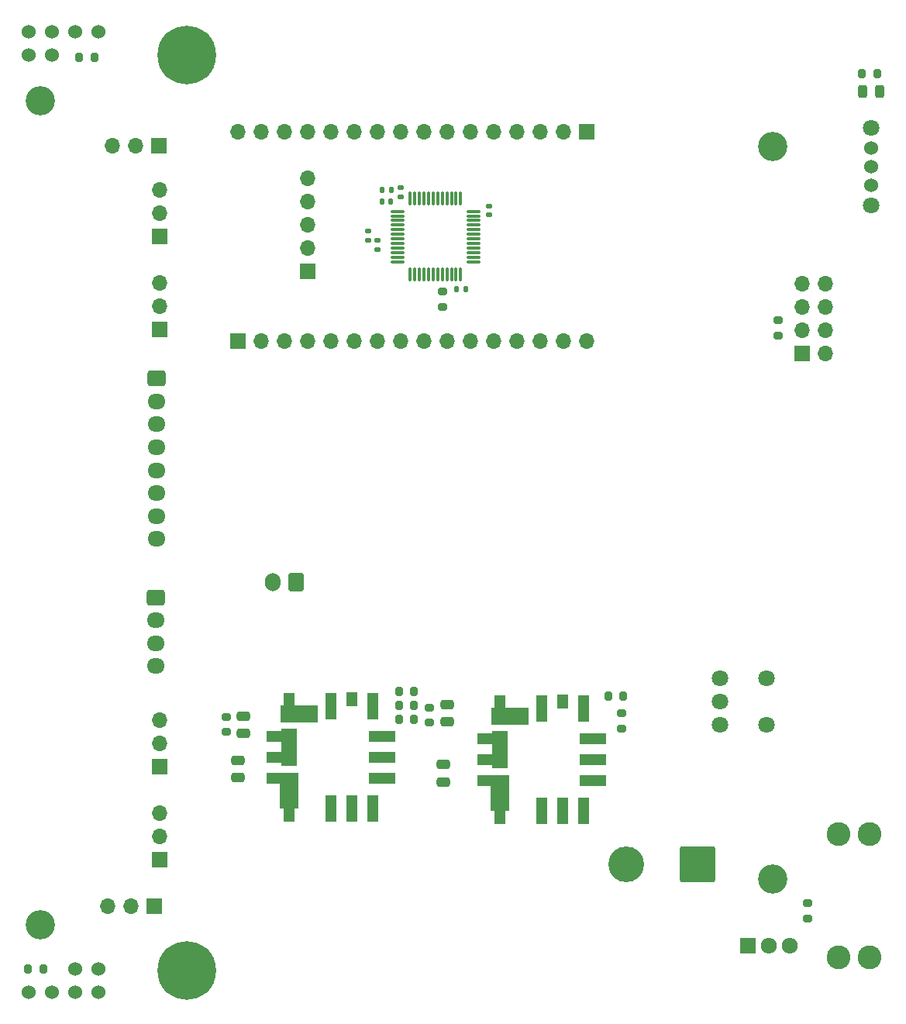
<source format=gbr>
%TF.GenerationSoftware,KiCad,Pcbnew,7.0.9*%
%TF.CreationDate,2024-12-19T20:14:40+09:00*%
%TF.ProjectId,04-PWR,30342d50-5752-42e6-9b69-6361645f7063,rev?*%
%TF.SameCoordinates,Original*%
%TF.FileFunction,Soldermask,Top*%
%TF.FilePolarity,Negative*%
%FSLAX46Y46*%
G04 Gerber Fmt 4.6, Leading zero omitted, Abs format (unit mm)*
G04 Created by KiCad (PCBNEW 7.0.9) date 2024-12-19 20:14:40*
%MOMM*%
%LPD*%
G01*
G04 APERTURE LIST*
G04 Aperture macros list*
%AMRoundRect*
0 Rectangle with rounded corners*
0 $1 Rounding radius*
0 $2 $3 $4 $5 $6 $7 $8 $9 X,Y pos of 4 corners*
0 Add a 4 corners polygon primitive as box body*
4,1,4,$2,$3,$4,$5,$6,$7,$8,$9,$2,$3,0*
0 Add four circle primitives for the rounded corners*
1,1,$1+$1,$2,$3*
1,1,$1+$1,$4,$5*
1,1,$1+$1,$6,$7*
1,1,$1+$1,$8,$9*
0 Add four rect primitives between the rounded corners*
20,1,$1+$1,$2,$3,$4,$5,0*
20,1,$1+$1,$4,$5,$6,$7,0*
20,1,$1+$1,$6,$7,$8,$9,0*
20,1,$1+$1,$8,$9,$2,$3,0*%
G04 Aperture macros list end*
%ADD10R,1.200000X3.000000*%
%ADD11R,2.000000X4.000000*%
%ADD12R,3.000000X1.200000*%
%ADD13R,1.770000X4.112100*%
%ADD14R,4.170000X1.862000*%
%ADD15R,1.200000X1.500000*%
%ADD16C,0.800000*%
%ADD17C,6.400000*%
%ADD18RoundRect,0.075000X-0.662500X-0.075000X0.662500X-0.075000X0.662500X0.075000X-0.662500X0.075000X0*%
%ADD19RoundRect,0.075000X-0.075000X-0.662500X0.075000X-0.662500X0.075000X0.662500X-0.075000X0.662500X0*%
%ADD20C,1.800000*%
%ADD21R,1.700000X1.700000*%
%ADD22O,1.700000X1.700000*%
%ADD23RoundRect,0.140000X0.140000X0.170000X-0.140000X0.170000X-0.140000X-0.170000X0.140000X-0.170000X0*%
%ADD24RoundRect,0.250000X0.475000X-0.250000X0.475000X0.250000X-0.475000X0.250000X-0.475000X-0.250000X0*%
%ADD25RoundRect,0.250000X-0.475000X0.250000X-0.475000X-0.250000X0.475000X-0.250000X0.475000X0.250000X0*%
%ADD26RoundRect,0.200000X-0.200000X-0.275000X0.200000X-0.275000X0.200000X0.275000X-0.200000X0.275000X0*%
%ADD27C,3.200000*%
%ADD28RoundRect,0.250000X-0.725000X0.600000X-0.725000X-0.600000X0.725000X-0.600000X0.725000X0.600000X0*%
%ADD29O,1.950000X1.700000*%
%ADD30RoundRect,0.200000X0.200000X0.275000X-0.200000X0.275000X-0.200000X-0.275000X0.200000X-0.275000X0*%
%ADD31RoundRect,0.200000X0.275000X-0.200000X0.275000X0.200000X-0.275000X0.200000X-0.275000X-0.200000X0*%
%ADD32C,2.604000*%
%ADD33C,1.524000*%
%ADD34RoundRect,0.140000X-0.170000X0.140000X-0.170000X-0.140000X0.170000X-0.140000X0.170000X0.140000X0*%
%ADD35RoundRect,0.140000X0.170000X-0.140000X0.170000X0.140000X-0.170000X0.140000X-0.170000X-0.140000X0*%
%ADD36RoundRect,0.200000X-0.275000X0.200000X-0.275000X-0.200000X0.275000X-0.200000X0.275000X0.200000X0*%
%ADD37RoundRect,0.243750X-0.243750X-0.456250X0.243750X-0.456250X0.243750X0.456250X-0.243750X0.456250X0*%
%ADD38RoundRect,0.250000X0.600000X0.750000X-0.600000X0.750000X-0.600000X-0.750000X0.600000X-0.750000X0*%
%ADD39O,1.700000X2.000000*%
%ADD40R,1.717500X1.800000*%
%ADD41O,1.717500X1.800000*%
%ADD42RoundRect,0.250002X1.699998X1.699998X-1.699998X1.699998X-1.699998X-1.699998X1.699998X-1.699998X0*%
%ADD43C,3.900000*%
%ADD44RoundRect,0.135000X0.135000X0.185000X-0.135000X0.185000X-0.135000X-0.185000X0.135000X-0.185000X0*%
G04 APERTURE END LIST*
D10*
%TO.C,U5*%
X111760000Y-132350000D03*
X107180000Y-132350000D03*
D11*
X107180000Y-130407600D03*
D12*
X106160000Y-129040000D03*
X106160000Y-126750000D03*
D13*
X107180000Y-125602650D03*
D12*
X106160000Y-124460000D03*
D14*
X108280200Y-122025600D03*
D10*
X107180000Y-121150000D03*
X111760000Y-121150000D03*
X116340000Y-121150000D03*
D12*
X117360000Y-126750000D03*
X117360000Y-129040000D03*
D10*
X116340000Y-132350000D03*
X114050000Y-132350000D03*
D15*
X114050000Y-120400000D03*
D12*
X117360000Y-124460000D03*
%TD*%
D16*
%TO.C,H1*%
X93600000Y-150000000D03*
X94302944Y-148302944D03*
X94302944Y-151697056D03*
X96000000Y-147600000D03*
D17*
X96000000Y-150000000D03*
D16*
X96000000Y-152400000D03*
X97697056Y-148302944D03*
X97697056Y-151697056D03*
X98400000Y-150000000D03*
%TD*%
D18*
%TO.C,U1*%
X119027500Y-67100000D03*
X119027500Y-67600000D03*
X119027500Y-68100000D03*
X119027500Y-68600000D03*
X119027500Y-69100000D03*
X119027500Y-69600000D03*
X119027500Y-70100000D03*
X119027500Y-70600000D03*
X119027500Y-71100000D03*
X119027500Y-71600000D03*
X119027500Y-72100000D03*
X119027500Y-72600000D03*
D19*
X120440000Y-74012500D03*
X120940000Y-74012500D03*
X121440000Y-74012500D03*
X121940000Y-74012500D03*
X122440000Y-74012500D03*
X122940000Y-74012500D03*
X123440000Y-74012500D03*
X123940000Y-74012500D03*
X124440000Y-74012500D03*
X124940000Y-74012500D03*
X125440000Y-74012500D03*
X125940000Y-74012500D03*
D18*
X127352500Y-72600000D03*
X127352500Y-72100000D03*
X127352500Y-71600000D03*
X127352500Y-71100000D03*
X127352500Y-70600000D03*
X127352500Y-70100000D03*
X127352500Y-69600000D03*
X127352500Y-69100000D03*
X127352500Y-68600000D03*
X127352500Y-68100000D03*
X127352500Y-67600000D03*
X127352500Y-67100000D03*
D19*
X125940000Y-65687500D03*
X125440000Y-65687500D03*
X124940000Y-65687500D03*
X124440000Y-65687500D03*
X123940000Y-65687500D03*
X123440000Y-65687500D03*
X122940000Y-65687500D03*
X122440000Y-65687500D03*
X121940000Y-65687500D03*
X121440000Y-65687500D03*
X120940000Y-65687500D03*
X120440000Y-65687500D03*
%TD*%
D20*
%TO.C,SW2*%
X159385000Y-123190000D03*
X159385000Y-118110000D03*
X154305000Y-118110000D03*
X154305000Y-120650000D03*
X154305000Y-123190000D03*
%TD*%
D21*
%TO.C,M*%
X92456000Y-143002000D03*
D22*
X89916000Y-143002000D03*
X87376000Y-143002000D03*
%TD*%
D23*
%TO.C,C3*%
X126464000Y-75565000D03*
X125504000Y-75565000D03*
%TD*%
D24*
%TO.C,C8*%
X124015000Y-129410000D03*
X124015000Y-127510000D03*
%TD*%
D10*
%TO.C,U4*%
X134810000Y-132600000D03*
X130230000Y-132600000D03*
D11*
X130230000Y-130657600D03*
D12*
X129210000Y-129290000D03*
X129210000Y-127000000D03*
D13*
X130230000Y-125852650D03*
D12*
X129210000Y-124710000D03*
D14*
X131330200Y-122275600D03*
D10*
X130230000Y-121400000D03*
X134810000Y-121400000D03*
X139390000Y-121400000D03*
D12*
X140410000Y-127000000D03*
X140410000Y-129290000D03*
D10*
X139390000Y-132600000D03*
X137100000Y-132600000D03*
D15*
X137100000Y-120650000D03*
D12*
X140410000Y-124710000D03*
%TD*%
D25*
%TO.C,C11*%
X102235000Y-122240000D03*
X102235000Y-124140000D03*
%TD*%
D23*
%TO.C,C1*%
X118308000Y-66040000D03*
X117348000Y-66040000D03*
%TD*%
D26*
%TO.C,R9*%
X119190000Y-122555000D03*
X120840000Y-122555000D03*
%TD*%
D27*
%TO.C,REF\u002A\u002A*%
X160000000Y-140000000D03*
%TD*%
D28*
%TO.C,J5*%
X92710000Y-85370000D03*
D29*
X92710000Y-87870000D03*
X92710000Y-90370000D03*
X92710000Y-92870000D03*
X92710000Y-95370000D03*
X92710000Y-97870000D03*
X92710000Y-100370000D03*
X92710000Y-102870000D03*
%TD*%
D24*
%TO.C,C9*%
X101600000Y-128970000D03*
X101600000Y-127070000D03*
%TD*%
D30*
%TO.C,R5*%
X171450000Y-52070000D03*
X169800000Y-52070000D03*
%TD*%
D21*
%TO.C,M6*%
X93021000Y-137907000D03*
D22*
X93021000Y-135367000D03*
X93021000Y-132827000D03*
%TD*%
D31*
%TO.C,R1*%
X123952000Y-77533000D03*
X123952000Y-75883000D03*
%TD*%
D32*
%TO.C,F1*%
X167210000Y-148590000D03*
X170610000Y-148590000D03*
X167210000Y-135120000D03*
X170610000Y-135120000D03*
%TD*%
D33*
%TO.C,U2*%
X86360000Y-47460000D03*
X83820000Y-47460000D03*
X81280000Y-47460000D03*
X78740000Y-47460000D03*
X81280000Y-50000000D03*
X78740000Y-50000000D03*
%TD*%
D26*
%TO.C,R4*%
X78677000Y-149860000D03*
X80327000Y-149860000D03*
%TD*%
D34*
%TO.C,C4*%
X129032000Y-66548000D03*
X129032000Y-67508000D03*
%TD*%
D21*
%TO.C,J4*%
X163285000Y-82590000D03*
D22*
X165825000Y-82590000D03*
X163285000Y-80050000D03*
X165825000Y-80050000D03*
X163285000Y-77510000D03*
X165825000Y-77510000D03*
X163285000Y-74970000D03*
X165825000Y-74970000D03*
%TD*%
D27*
%TO.C,REF\u002A\u002A*%
X80000000Y-55000000D03*
%TD*%
D26*
%TO.C,R7*%
X119190000Y-119507000D03*
X120840000Y-119507000D03*
%TD*%
D27*
%TO.C,REF\u002A\u002A*%
X160000000Y-60000000D03*
%TD*%
D33*
%TO.C,U3*%
X78740000Y-152400000D03*
X81280000Y-152400000D03*
X83820000Y-152400000D03*
X86360000Y-152400000D03*
X83820000Y-149860000D03*
X86360000Y-149860000D03*
%TD*%
D21*
%TO.C,J2*%
X109220000Y-73660000D03*
D22*
X109220000Y-71120000D03*
X109220000Y-68580000D03*
X109220000Y-66040000D03*
X109220000Y-63500000D03*
%TD*%
D21*
%TO.C,M4*%
X93021000Y-127747000D03*
D22*
X93021000Y-125207000D03*
X93021000Y-122667000D03*
%TD*%
D27*
%TO.C,REF\u002A\u002A*%
X80000000Y-145000000D03*
%TD*%
D35*
%TO.C,C2*%
X115824000Y-70231000D03*
X115824000Y-69271000D03*
%TD*%
D36*
%TO.C,R12*%
X122555000Y-121285000D03*
X122555000Y-122935000D03*
%TD*%
D35*
%TO.C,C5*%
X119380000Y-65504000D03*
X119380000Y-64544000D03*
%TD*%
D37*
%TO.C,D1*%
X169877500Y-53975000D03*
X171752500Y-53975000D03*
%TD*%
D26*
%TO.C,R10*%
X142050000Y-120015000D03*
X143700000Y-120015000D03*
%TD*%
D21*
%TO.C,M5*%
X93021000Y-69835000D03*
D22*
X93021000Y-67295000D03*
X93021000Y-64755000D03*
%TD*%
D36*
%TO.C,R13*%
X100330000Y-122302000D03*
X100330000Y-123952000D03*
%TD*%
D38*
%TO.C,J7*%
X107930000Y-107590000D03*
D39*
X105430000Y-107590000D03*
%TD*%
D28*
%TO.C,J6*%
X92604000Y-109280000D03*
D29*
X92604000Y-111780000D03*
X92604000Y-114280000D03*
X92604000Y-116780000D03*
%TD*%
D30*
%TO.C,R8*%
X120840000Y-121031000D03*
X119190000Y-121031000D03*
%TD*%
D35*
%TO.C,C6*%
X116840000Y-71247000D03*
X116840000Y-70287000D03*
%TD*%
D25*
%TO.C,C10*%
X124460000Y-120970000D03*
X124460000Y-122870000D03*
%TD*%
D26*
%TO.C,R3*%
X84265000Y-50292000D03*
X85915000Y-50292000D03*
%TD*%
D40*
%TO.C,Q1*%
X157345000Y-147320000D03*
D41*
X159635000Y-147320000D03*
X161925000Y-147320000D03*
%TD*%
D21*
%TO.C,J3*%
X101600000Y-81280000D03*
D22*
X104140000Y-81280000D03*
X106680000Y-81280000D03*
X109220000Y-81280000D03*
X111760000Y-81280000D03*
X114300000Y-81280000D03*
X116840000Y-81280000D03*
X119380000Y-81280000D03*
X121920000Y-81280000D03*
X124460000Y-81280000D03*
X127000000Y-81280000D03*
X129540000Y-81280000D03*
X132080000Y-81280000D03*
X134620000Y-81280000D03*
X137160000Y-81280000D03*
X139700000Y-81280000D03*
%TD*%
D21*
%TO.C,M3*%
X93021000Y-79995000D03*
D22*
X93021000Y-77455000D03*
X93021000Y-74915000D03*
%TD*%
D42*
%TO.C,J8*%
X151855000Y-138430000D03*
D43*
X144055000Y-138430000D03*
%TD*%
D44*
%TO.C,C7*%
X118366000Y-64770000D03*
X117346000Y-64770000D03*
%TD*%
D21*
%TO.C,J1*%
X139700000Y-58420000D03*
D22*
X137160000Y-58420000D03*
X134620000Y-58420000D03*
X132080000Y-58420000D03*
X129540000Y-58420000D03*
X127000000Y-58420000D03*
X124460000Y-58420000D03*
X121920000Y-58420000D03*
X119380000Y-58420000D03*
X116840000Y-58420000D03*
X114300000Y-58420000D03*
X111760000Y-58420000D03*
X109220000Y-58420000D03*
X106680000Y-58420000D03*
X104140000Y-58420000D03*
X101600000Y-58420000D03*
%TD*%
D16*
%TO.C,H2*%
X93600000Y-50000000D03*
X94302944Y-48302944D03*
X94302944Y-51697056D03*
X96000000Y-47600000D03*
D17*
X96000000Y-50000000D03*
D16*
X96000000Y-52400000D03*
X97697056Y-48302944D03*
X97697056Y-51697056D03*
X98400000Y-50000000D03*
%TD*%
D20*
%TO.C,SW1*%
X170815000Y-66430000D03*
X170815000Y-58030000D03*
D33*
X170815000Y-64230000D03*
X170815000Y-62230000D03*
X170815000Y-60230000D03*
%TD*%
D36*
%TO.C,R2*%
X160655000Y-78995000D03*
X160655000Y-80645000D03*
%TD*%
D31*
%TO.C,R6*%
X163830000Y-144335000D03*
X163830000Y-142685000D03*
%TD*%
D21*
%TO.C,M1*%
X92964000Y-59944000D03*
D22*
X90424000Y-59944000D03*
X87884000Y-59944000D03*
%TD*%
D36*
%TO.C,R11*%
X143510000Y-121920000D03*
X143510000Y-123570000D03*
%TD*%
M02*

</source>
